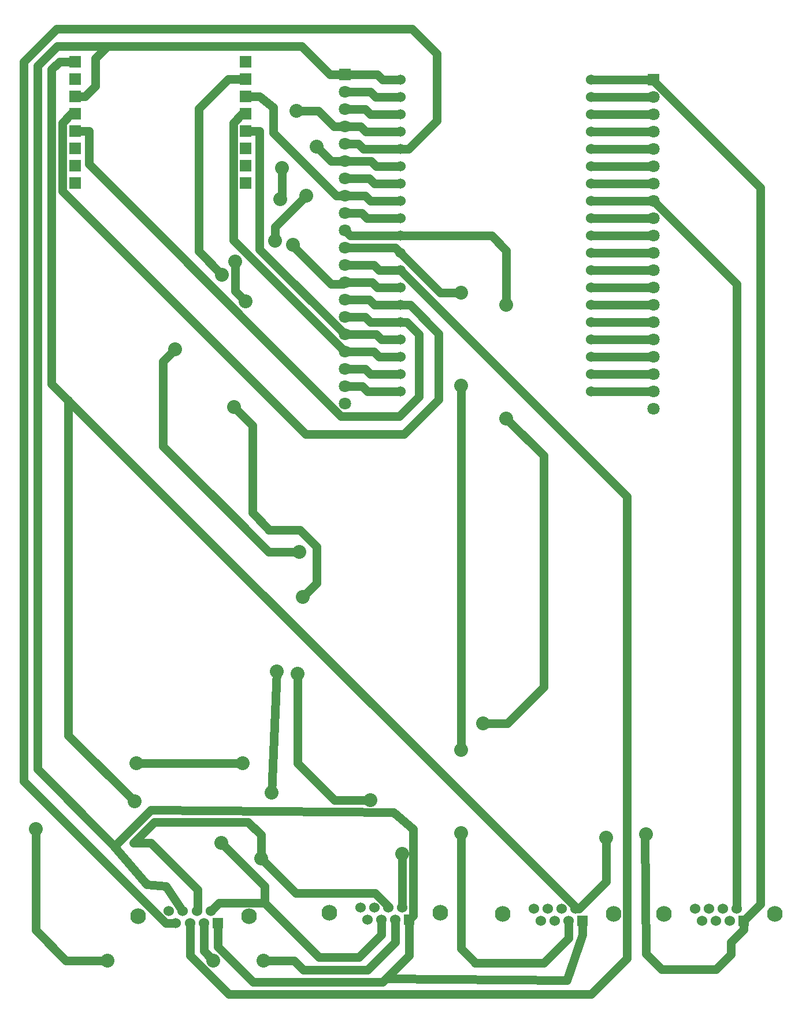
<source format=gbl>
G04 Layer: BottomLayer*
G04 EasyEDA v6.5.51, 2025-11-17 10:52:57*
G04 3e288904024a45bc9db40e04d1f5bb92,1baaa656111f43739499d1d4c9c00a24,10*
G04 Gerber Generator version 0.2*
G04 Scale: 100 percent, Rotated: No, Reflected: No *
G04 Dimensions in inches *
G04 leading zeros omitted , absolute positions ,3 integer and 6 decimal *
%FSLAX36Y36*%
%MOIN*%

%AMMACRO1*21,1,$1,$2,0,0,$3*%
%ADD10C,0.0500*%
%ADD11R,0.0709X0.0709*%
%ADD12C,0.0709*%
%ADD13C,0.0906*%
%ADD14C,0.0600*%
%ADD15C,0.0197*%
%ADD16MACRO1,0.06X0.06X0.0000*%
%ADD17R,0.0700X0.0700*%
%ADD18C,0.0800*%

%LPD*%
D10*
X3585390Y-2844960D02*
G01*
X3605038Y-2844960D01*
X3760000Y-2690000D01*
X3760000Y-2435000D01*
X1040000Y-2225000D02*
G01*
X658985Y-1843985D01*
X658985Y89953D01*
X1770000Y-2555000D02*
G01*
X1770000Y-2420000D01*
X1695000Y-2345000D01*
X1155000Y-2345000D01*
X1035000Y-2465000D01*
X1135000Y-2465000D01*
X1405000Y-2735000D01*
X1405000Y-2855039D01*
X1400079Y-2859960D01*
X2625600Y-2910000D02*
G01*
X2649300Y-2886300D01*
X2649300Y-2385700D01*
X2535000Y-2290000D01*
X1136300Y-2275000D01*
X924799Y-2486500D01*
X1400100Y-2860000D02*
G01*
X1400079Y-2859960D01*
X915000Y-2475000D02*
G01*
X1110000Y-2705000D01*
X1220000Y-2715000D01*
X1319799Y-2860000D01*
X3185000Y640000D02*
G01*
X3185000Y955000D01*
X3100000Y1040000D01*
X2575000Y1040000D01*
X1050000Y-2005000D02*
G01*
X1665000Y-2005000D01*
X885000Y-3145000D02*
G01*
X645000Y-3145000D01*
X470000Y-2970000D01*
X470000Y-2385000D01*
X2925000Y710000D02*
G01*
X2805000Y710000D01*
X2575000Y940000D01*
X2925000Y-1930000D02*
G01*
X2925000Y175000D01*
X3545240Y-2915039D02*
G01*
X3545240Y-3014760D01*
X3400000Y-3160000D01*
X3005000Y-3160000D01*
X3005000Y-3155000D01*
X2925000Y-3075000D01*
X2925000Y-2410000D01*
X3625600Y-2995100D02*
G01*
X3535000Y-3260000D01*
X2493100Y-3249400D01*
X1850000Y1010000D02*
G01*
X1850000Y1090000D01*
X2030000Y1270000D01*
X1680000Y660000D02*
G01*
X1620000Y720000D01*
X1620000Y890000D01*
X2010000Y-1045000D02*
G01*
X2090000Y-965000D01*
X2090000Y-755000D01*
X1995000Y-660000D01*
X1815000Y-660000D01*
X1815000Y-655000D01*
X1720000Y-560000D01*
X1720000Y-55000D01*
X1615000Y50000D01*
X2010000Y-1045000D02*
G01*
X2090000Y-965000D01*
X2090000Y-755000D01*
X1995000Y-660000D01*
X1815000Y-660000D01*
X1815000Y-655000D01*
X1720000Y-560000D01*
X1720000Y-175000D01*
X1880000Y1250000D02*
G01*
X1890000Y1260000D01*
X1890000Y1430000D01*
X1990000Y-785000D02*
G01*
X1815000Y-785000D01*
X1205000Y-175000D01*
X1205000Y315000D01*
X1275000Y385000D01*
X1990000Y-785000D02*
G01*
X1815000Y-785000D01*
X1480000Y-450000D01*
X2400000Y-2220000D02*
G01*
X2195000Y-2220000D01*
X1980000Y-2005000D01*
X1980000Y-1490000D01*
X2585389Y-2839960D02*
G01*
X2585389Y-2530000D01*
X1520600Y-2930000D02*
G01*
X1520600Y-3064800D01*
X1725699Y-3270000D01*
X2472500Y-3270000D01*
X2625600Y-3116900D01*
X1440240Y-2930039D02*
G01*
X1440240Y-3090239D01*
X1495000Y-3145000D01*
X1682500Y1945000D02*
G01*
X1580000Y1945000D01*
X1410000Y1775000D01*
X1410000Y950000D01*
X1545000Y815000D01*
X1953519Y988519D02*
G01*
X1953519Y981480D01*
X2175000Y760000D01*
X2245000Y760000D01*
X2255000Y770000D01*
X1682500Y1745000D02*
G01*
X1662847Y1745000D01*
X1610087Y1692240D01*
X1610087Y1014909D01*
X2255000Y370000D01*
X2255000Y1970000D02*
G01*
X2169539Y1970000D01*
X3625550Y-2915039D02*
G01*
X3625550Y-2995070D01*
X2625550Y-3116909D02*
G01*
X2625550Y-2910039D01*
X2212100Y-2755870D02*
G01*
X2428649Y-2755870D01*
X2505079Y-2832300D01*
X2505079Y-2839960D01*
X1682500Y1845000D02*
G01*
X1762529Y1845000D01*
X697500Y1645000D02*
G01*
X777529Y1645000D01*
X1762529Y1645000D02*
G01*
X1762529Y962469D01*
X2255000Y470000D01*
X1682500Y1645000D02*
G01*
X1762529Y1645000D01*
X4012219Y1940000D02*
G01*
X4035000Y1940000D01*
X4012219Y1940000D02*
G01*
X3675000Y1940000D01*
X697500Y2045000D02*
G01*
X607471Y2045000D01*
X607469Y2045000D02*
G01*
X563049Y2000580D01*
X563049Y185889D01*
X3585389Y-2836450D01*
X3585389Y-2844960D01*
X3675000Y1840000D02*
G01*
X4035000Y1840000D01*
X3675000Y1740000D02*
G01*
X4035000Y1740000D01*
X3675000Y1640000D02*
G01*
X4035000Y1640000D01*
X3675000Y1540000D02*
G01*
X4035000Y1540000D01*
X3675000Y1440000D02*
G01*
X4035000Y1440000D01*
X3675000Y1340000D02*
G01*
X4035000Y1340000D01*
X3675000Y1240000D02*
G01*
X4035000Y1240000D01*
X4515389Y-2844960D02*
G01*
X4515389Y759609D01*
X4035000Y1240000D01*
X3675000Y1140000D02*
G01*
X4035000Y1140000D01*
X3675000Y1040000D02*
G01*
X4035000Y1040000D01*
X3675000Y940000D02*
G01*
X4035000Y940000D01*
X3675000Y840000D02*
G01*
X4035000Y840000D01*
X3675000Y740000D02*
G01*
X4035000Y740000D01*
X3675000Y640000D02*
G01*
X4035000Y640000D01*
X3675000Y540000D02*
G01*
X4035000Y540000D01*
X3675000Y440000D02*
G01*
X4035000Y440000D01*
X3675000Y340000D02*
G01*
X4035000Y340000D01*
X3675000Y240000D02*
G01*
X4035000Y240000D01*
X3675000Y140000D02*
G01*
X4035000Y140000D01*
X2255000Y970000D02*
G01*
X2545000Y970000D01*
X2575000Y940000D01*
X2255000Y1070000D02*
G01*
X2285000Y1040000D01*
X2575000Y1040000D01*
X1975000Y1760000D02*
G01*
X2100000Y1760000D01*
X2190000Y1670000D01*
X2255000Y1670000D01*
X1279600Y-2930000D02*
G01*
X1220000Y-2930000D01*
X400000Y-2110000D01*
X400000Y2045000D01*
X590000Y2235000D01*
X2640000Y2235000D01*
X2785000Y2090000D01*
X2785000Y1705000D01*
X2620000Y1540000D01*
X2575000Y1540000D01*
X915000Y-2475000D02*
G01*
X480000Y-2040000D01*
X480000Y2020000D01*
X595000Y2135000D01*
X795000Y2135000D01*
X886000Y2135000D02*
G01*
X815000Y2064000D01*
X815000Y1905000D01*
X755000Y1845000D01*
X697500Y1845000D01*
X795000Y2135000D02*
G01*
X793000Y2135000D01*
X2004499Y2135000D01*
X2169499Y1970000D01*
X2255000Y1970000D02*
G01*
X2440000Y1970000D01*
X2470000Y1940000D01*
X2575000Y1940000D01*
X2575000Y1840000D02*
G01*
X2430000Y1840000D01*
X2400000Y1870000D01*
X2255000Y1870000D01*
X2575000Y1740000D02*
G01*
X2400000Y1740000D01*
X2370000Y1770000D01*
X2255000Y1770000D01*
X2255000Y1670000D02*
G01*
X2345000Y1670000D01*
X2375000Y1640000D01*
X2575000Y1640000D01*
X2575000Y1340000D02*
G01*
X2425000Y1340000D01*
X2395000Y1370000D01*
X2255000Y1370000D01*
X2090000Y1555000D02*
G01*
X2175000Y1470000D01*
X2255000Y1470000D01*
X2255000Y1570000D02*
G01*
X2330000Y1570000D01*
X2360000Y1540000D01*
X2575000Y1540000D01*
X2255000Y1470000D02*
G01*
X2405000Y1470000D01*
X2435000Y1440000D01*
X2575000Y1440000D01*
X2575000Y1240000D02*
G01*
X2400000Y1240000D01*
X2370000Y1270000D01*
X2255000Y1270000D01*
X2575000Y1140000D02*
G01*
X2380000Y1140000D01*
X2350000Y1170000D01*
X2255000Y1170000D01*
X2575000Y240000D02*
G01*
X2400000Y240000D01*
X2370000Y270000D01*
X2255000Y270000D01*
X2575000Y340000D02*
G01*
X2450000Y340000D01*
X2420000Y370000D01*
X2255000Y370000D01*
X2575000Y440000D02*
G01*
X2465000Y440000D01*
X2435000Y470000D01*
X2255000Y470000D01*
X2255000Y670000D02*
G01*
X2395000Y670000D01*
X2425000Y640000D01*
X2575000Y640000D01*
X2255000Y570000D02*
G01*
X2370000Y570000D01*
X2400000Y540000D01*
X2575000Y540000D01*
X2255000Y870000D02*
G01*
X2420000Y870000D01*
X2450000Y840000D01*
X2575000Y840000D01*
X2575000Y740000D02*
G01*
X2440000Y740000D01*
X2410000Y770000D01*
X2255000Y770000D01*
X2575000Y140000D02*
G01*
X2385000Y140000D01*
X2355000Y170000D01*
X2255000Y170000D01*
X2255000Y1270000D02*
G01*
X2205000Y1270000D01*
X1842299Y1632699D01*
X1842299Y1782300D01*
X1762500Y1845000D01*
X2575000Y540000D02*
G01*
X2610000Y540000D01*
X2680000Y470000D01*
X2680000Y110000D01*
X2567899Y-2100D01*
X2233000Y-2100D01*
X777500Y1453299D01*
X777500Y1645000D01*
X697500Y1745000D02*
G01*
X675999Y1745000D01*
X623499Y1692600D01*
X623499Y1298000D01*
X2026599Y-105000D01*
X2595000Y-105000D01*
X2795000Y95000D01*
X2795000Y475000D01*
X2630000Y640000D01*
X2575000Y640000D01*
X4012222Y1940000D02*
G01*
X4029092Y1940000D01*
X4650000Y1319092D01*
X4650000Y-2820590D01*
X4555550Y-2915039D01*
X3990000Y-2415000D02*
G01*
X3985000Y-2410000D01*
X3985000Y-2410000D01*
X3985000Y-2410000D01*
X3985000Y-2410000D01*
X3990000Y-3105000D01*
X4080000Y-3195000D01*
X4395000Y-3195000D01*
X4480000Y-3110000D01*
X4480000Y-3040000D01*
X4555600Y-2964499D01*
X4555600Y-2915000D01*
X1359899Y-2930000D02*
G01*
X1359899Y-3114899D01*
X1585000Y-3340000D01*
X3675000Y-3340000D01*
X3882299Y-3132700D01*
X3882299Y-467300D01*
X2575000Y840000D01*
X1785000Y-3145000D02*
G01*
X1960000Y-3145000D01*
X2015000Y-3200000D01*
X2385000Y-3200000D01*
X2545200Y-3039800D01*
X2545200Y-2910000D01*
X2464899Y-2910000D02*
G01*
X2464899Y-2995100D01*
X2335000Y-3125000D01*
X2105000Y-3125000D01*
X1792700Y-2812700D01*
X1527600Y-2812700D01*
X1480399Y-2860000D01*
X1792700Y-2812700D02*
G01*
X1790000Y-2812700D01*
X1790000Y-2715000D01*
X1540000Y-2465000D01*
X2212100Y-2755870D02*
G01*
X1970870Y-2755870D01*
X1770000Y-2555000D01*
X3050000Y-1775000D02*
G01*
X3190000Y-1775000D01*
X3400000Y-1565000D01*
X3400000Y-230000D01*
X3185000Y-15000D01*
X1830000Y-2175900D02*
G01*
X1860330Y-1474670D01*
X1860330Y-1474670D01*
D11*
G01*
X2255000Y1970000D03*
D12*
G01*
X2255000Y1870000D03*
G01*
X2255000Y1770000D03*
G01*
X2255000Y1670000D03*
G01*
X2255000Y1570000D03*
G01*
X2255000Y1470000D03*
G01*
X2255000Y1370000D03*
G01*
X2255000Y1270000D03*
G01*
X2255000Y1170000D03*
G01*
X2255000Y1070000D03*
G01*
X2255000Y970000D03*
G01*
X2255000Y870000D03*
G01*
X2255000Y770000D03*
G01*
X2255000Y670000D03*
G01*
X2255000Y570000D03*
G01*
X2255000Y470000D03*
G01*
X2255000Y370000D03*
G01*
X2255000Y270000D03*
G01*
X2255000Y170000D03*
G01*
X2255000Y70000D03*
D11*
G01*
X4035000Y1940000D03*
D12*
G01*
X4035000Y1840000D03*
G01*
X4035000Y1740000D03*
G01*
X4035000Y1640000D03*
G01*
X4035000Y1540000D03*
G01*
X4035000Y1440000D03*
G01*
X4035000Y1340000D03*
G01*
X4035000Y1240000D03*
G01*
X4035000Y1140000D03*
G01*
X4035000Y1040000D03*
G01*
X4035000Y940000D03*
G01*
X4035000Y840000D03*
G01*
X4035000Y740000D03*
G01*
X4035000Y640000D03*
G01*
X4035000Y540000D03*
G01*
X4035000Y440000D03*
G01*
X4035000Y340000D03*
G01*
X4035000Y240000D03*
G01*
X4035000Y140000D03*
G01*
X4035000Y40000D03*
D13*
G01*
X1700079Y-2889879D03*
G01*
X1059920Y-2889879D03*
D14*
G01*
X1239449Y-2859960D03*
G01*
X1279610Y-2930039D03*
G01*
X1319759Y-2859960D03*
G01*
X1359920Y-2930039D03*
G01*
X1400079Y-2859960D03*
G01*
X1440240Y-2930039D03*
G01*
X1480389Y-2859960D03*
D16*
G01*
X1520550Y-2930043D03*
D13*
G01*
X2805079Y-2869879D03*
G01*
X2164920Y-2869879D03*
D14*
G01*
X2344449Y-2839960D03*
G01*
X2384610Y-2910039D03*
G01*
X2424759Y-2839960D03*
G01*
X2464920Y-2910039D03*
G01*
X2505079Y-2839960D03*
G01*
X2545240Y-2910039D03*
G01*
X2585389Y-2839960D03*
D16*
G01*
X2625550Y-2910043D03*
D13*
G01*
X3805079Y-2874879D03*
G01*
X3164920Y-2874879D03*
D14*
G01*
X3344449Y-2844960D03*
G01*
X3384610Y-2915039D03*
G01*
X3424759Y-2844960D03*
G01*
X3464920Y-2915039D03*
G01*
X3505079Y-2844960D03*
G01*
X3545240Y-2915039D03*
G01*
X3585389Y-2844960D03*
D16*
G01*
X3625550Y-2915043D03*
D13*
G01*
X4735079Y-2874879D03*
G01*
X4094920Y-2874879D03*
D14*
G01*
X4274449Y-2844960D03*
G01*
X4314610Y-2915039D03*
G01*
X4354759Y-2844960D03*
G01*
X4394920Y-2915039D03*
G01*
X4435079Y-2844960D03*
G01*
X4475240Y-2915039D03*
G01*
X4515389Y-2844960D03*
D16*
G01*
X4555550Y-2915043D03*
D14*
G01*
X2575000Y1940000D03*
G01*
X2575000Y1840000D03*
G01*
X2575000Y1740000D03*
G01*
X2575000Y1640000D03*
G01*
X2575000Y1540000D03*
G01*
X2575000Y1440000D03*
G01*
X2575000Y1340000D03*
G01*
X2575000Y1240000D03*
G01*
X2575000Y1140000D03*
G01*
X2575000Y1040000D03*
G01*
X2575000Y940000D03*
G01*
X2575000Y840000D03*
G01*
X2575000Y740000D03*
G01*
X2575000Y640000D03*
G01*
X2575000Y540000D03*
G01*
X2575000Y440000D03*
G01*
X2575000Y340000D03*
G01*
X2575000Y240000D03*
G01*
X2575000Y140000D03*
G01*
X3675000Y140000D03*
G01*
X3675000Y240000D03*
G01*
X3675000Y340000D03*
G01*
X3675000Y440000D03*
G01*
X3675000Y540000D03*
G01*
X3675000Y640000D03*
G01*
X3675000Y740000D03*
G01*
X3675000Y840000D03*
G01*
X3675000Y940000D03*
G01*
X3675000Y1040000D03*
G01*
X3675000Y1140000D03*
G01*
X3675000Y1240000D03*
G01*
X3675000Y1340000D03*
G01*
X3675000Y1440000D03*
G01*
X3675000Y1540000D03*
G01*
X3675000Y1640000D03*
G01*
X3675000Y1740000D03*
G01*
X3675000Y1840000D03*
G01*
X3675000Y1940000D03*
D17*
G01*
X697500Y2045000D03*
G01*
X697500Y1945000D03*
G01*
X697500Y1845000D03*
G01*
X697500Y1745000D03*
G01*
X697500Y1645000D03*
G01*
X697500Y1545000D03*
G01*
X697500Y1445000D03*
G01*
X697500Y1345000D03*
G01*
X1682500Y2045000D03*
G01*
X1682500Y1945000D03*
G01*
X1682500Y1845000D03*
G01*
X1682500Y1745000D03*
G01*
X1682500Y1645000D03*
G01*
X1682500Y1545000D03*
G01*
X1682500Y1445000D03*
G01*
X1682500Y1345000D03*
D18*
G01*
X1545000Y815000D03*
G01*
X1953519Y988519D03*
G01*
X1495000Y-3145000D03*
G01*
X1785000Y-3145000D03*
G01*
X2585389Y-2530000D03*
G01*
X2400000Y-2220000D03*
G01*
X1770000Y-2555000D03*
G01*
X1830000Y-2175900D03*
G01*
X1860330Y-1474670D03*
G01*
X1980000Y-1490000D03*
G01*
X2010000Y-1045000D03*
G01*
X1990000Y-785000D03*
G01*
X1275000Y385000D03*
G01*
X1880000Y1250000D03*
G01*
X1890000Y1430000D03*
G01*
X1975000Y1760000D03*
G01*
X1615000Y50000D03*
G01*
X1680000Y660000D03*
G01*
X1620000Y890000D03*
G01*
X1850000Y1010000D03*
G01*
X2030000Y1270000D03*
G01*
X2090000Y1555000D03*
G01*
X2925000Y-2410000D03*
G01*
X2925000Y-1930000D03*
G01*
X2925000Y175000D03*
G01*
X2925000Y710000D03*
G01*
X885000Y-3145000D03*
G01*
X470000Y-2385000D03*
G01*
X1050000Y-2005000D03*
G01*
X1665000Y-2005000D03*
G01*
X3050000Y-1775000D03*
G01*
X3185000Y-15000D03*
G01*
X3185000Y640000D03*
G01*
X1540000Y-2465000D03*
G01*
X1040000Y-2225000D03*
G01*
X3760000Y-2435000D03*
G01*
X3990000Y-2415000D03*
M02*

</source>
